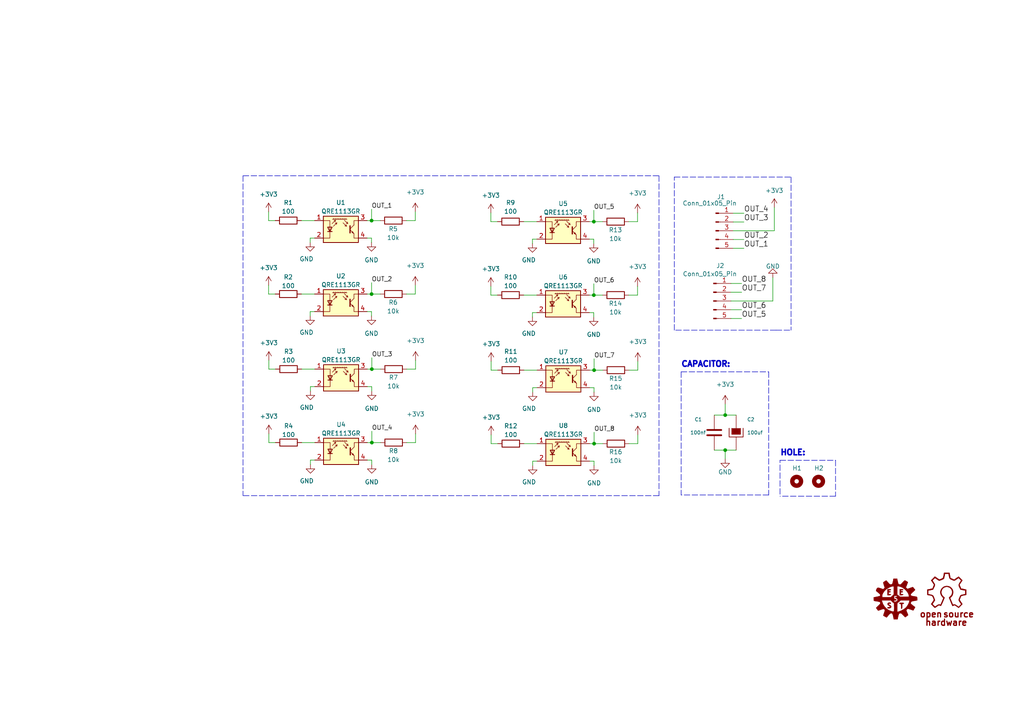
<source format=kicad_sch>
(kicad_sch (version 20230121) (generator eeschema)
  (paper "A4")
  (title_block (title "Line Sensors - QRE1113 x8") (date "2023-07-27") (rev "1.0") (company "E.E.S.T. Nº5 ") (comment 1 "Autor: Mauricio Falcon") (comment 2 "Curso: 7º3º"))
  (lib_symbols
    (symbol "Connector:Conn_01x05_Pin" (pin_names (offset 1.016) hide)
      (property "Reference" "J" (at 0 7.62 0))
      (property "Value" "Conn_01x05_Pin" (at 0 -7.62 0))
      (symbol "Conn_01x05_Pin_1_1"
        (polyline (pts (xy 1.27 -5.08) (xy 0.8636 -5.08)) (stroke (width 0.1524)))
        (polyline (pts (xy 1.27 -2.54) (xy 0.8636 -2.54)) (stroke (width 0.1524)))
        (polyline (pts (xy 1.27 0) (xy 0.8636 0)) (stroke (width 0.1524)))
        (polyline (pts (xy 1.27 2.54) (xy 0.8636 2.54)) (stroke (width 0.1524)))
        (polyline (pts (xy 1.27 5.08) (xy 0.8636 5.08)) (stroke (width 0.1524)))
        (rectangle (start 0.8636 -4.953) (end 0 -5.207) (stroke (width 0.1524)) (fill (type outline)))
        (rectangle (start 0.8636 -2.413) (end 0 -2.667) (stroke (width 0.1524)) (fill (type outline)))
        (rectangle (start 0.8636 0.127) (end 0 -0.127) (stroke (width 0.1524)) (fill (type outline)))
        (rectangle (start 0.8636 2.667) (end 0 2.413) (stroke (width 0.1524)) (fill (type outline)))
        (rectangle (start 0.8636 5.207) (end 0 4.953) (stroke (width 0.1524)) (fill (type outline)))
        (pin passive line (at 5.08 5.08 180) (length 3.81) (name "Pin_1") (number "1"))
        (pin passive line (at 5.08 2.54 180) (length 3.81) (name "Pin_2") (number "2"))
        (pin passive line (at 5.08 0 180) (length 3.81) (name "Pin_3") (number "3"))
        (pin passive line (at 5.08 -2.54 180) (length 3.81) (name "Pin_4") (number "4"))
        (pin passive line (at 5.08 -5.08 180) (length 3.81) (name "Pin_5") (number "5"))
      )
    )
    (symbol "Device:R" (pin_numbers hide) (pin_names (offset 0))
      (property "Reference" "R" (at 2.032 0 90))
      (property "Value" "R" (at 0 0 90))
      (symbol "R_0_1"
        (rectangle (start -1.016 -2.54) (end 1.016 2.54) (stroke (width 0.254)))
      )
      (symbol "R_1_1"
        (pin passive line (at 0 3.81 270) (length 1.27) (name "~") (number "1"))
        (pin passive line (at 0 -3.81 90) (length 1.27) (name "~") (number "2"))
      )
    )
    (symbol "EESTN5-v2:LOGO_ROTULO" (pin_names (offset 1.016))
      (symbol "LOGO_ROTULO_0_0"
        (polyline (pts (xy 1.8034 -2.921) (xy 1.8796 -2.8194) (xy 1.905 -2.6162) (xy 1.9304 -2.2352) (xy 1.9304 -1.7272) (xy 1.9558 -1.5748) (xy 2.032 -1.524) (xy 2.1844 -1.524) (xy 2.3368 -1.4732) (xy 2.4384 -1.3716) (xy 2.413 -1.3208) (xy 2.3368 -1.2446) (xy 2.1336 -1.2192) (xy 1.2954 -1.2192) (xy 1.143 -1.27) (xy 1.1176 -1.3716) (xy 1.143 -1.4478) (xy 1.3716 -1.524) (xy 1.4224 -1.524) (xy 1.524 -1.5494) (xy 1.5748 -1.6256) (xy 1.6002 -1.8542) (xy 1.6256 -2.2352) (xy 1.6256 -2.7432) (xy 1.6764 -2.8956) (xy 1.778 -2.9464) (xy 1.8034 -2.921)) (stroke (width 0.0254)) (fill (type outline)))
        (polyline (pts (xy -1.5748 1.0414) (xy -1.397 1.0922) (xy -1.3208 1.1684) (xy -1.3462 1.1938) (xy -1.4224 1.2954) (xy -1.6764 1.3208) (xy -1.905 1.3462) (xy -2.0066 1.4224) (xy -2.032 1.5748) (xy -2.032 1.7018) (xy -1.9558 1.8034) (xy -1.7272 1.8288) (xy -1.524 1.8796) (xy -1.4224 1.9812) (xy -1.4986 2.1082) (xy -1.7272 2.1336) (xy -1.9558 2.1844) (xy -2.032 2.286) (xy -2.032 2.3114) (xy -1.9558 2.413) (xy -1.6764 2.4384) (xy -1.651 2.4638) (xy -1.4224 2.4892) (xy -1.3208 2.5908) (xy -1.3716 2.6924) (xy -1.524 2.7432) (xy -2.3368 2.7432) (xy -2.3368 1.016) (xy -1.8288 1.016) (xy -1.5748 1.0414)) (stroke (width 0.0254)) (fill (type outline)))
        (polyline (pts (xy 1.9812 1.0414) (xy 2.159 1.0922) (xy 2.2352 1.1684) (xy 2.2098 1.1938) (xy 2.1336 1.2954) (xy 1.8796 1.3208) (xy 1.651 1.3462) (xy 1.5494 1.4224) (xy 1.524 1.5748) (xy 1.524 1.7018) (xy 1.6002 1.8034) (xy 1.8288 1.8288) (xy 2.032 1.8796) (xy 2.1336 1.9812) (xy 2.0574 2.1082) (xy 1.8288 2.1336) (xy 1.6002 2.1844) (xy 1.524 2.286) (xy 1.524 2.3114) (xy 1.6002 2.413) (xy 1.8796 2.4384) (xy 1.905 2.4638) (xy 2.1336 2.4892) (xy 2.2352 2.5908) (xy 2.1844 2.6924) (xy 2.032 2.7432) (xy 1.2192 2.7432) (xy 1.2192 1.016) (xy 1.7272 1.016) (xy 1.9812 1.0414)) (stroke (width 0.0254)) (fill (type outline)))
        (polyline (pts (xy -1.6256 -2.7686) (xy -1.4224 -2.667) (xy -1.27 -2.4892) (xy -1.2446 -2.2606) (xy -1.397 -2.0066) (xy -1.778 -1.778) (xy -1.905 -1.6764) (xy -2.032 -1.524) (xy -2.032 -1.4478) (xy -1.9304 -1.4224) (xy -1.4732 -1.4732) (xy -1.3716 -1.4478) (xy -1.3462 -1.3208) (xy -1.4732 -1.1684) (xy -1.7272 -1.1176) (xy -1.9812 -1.143) (xy -2.1844 -1.27) (xy -2.2606 -1.3208) (xy -2.3368 -1.5748) (xy -2.2352 -1.8288) (xy -1.9304 -2.032) (xy -1.6764 -2.2098) (xy -1.6002 -2.3368) (xy -1.6764 -2.4384) (xy -1.9558 -2.4638) (xy -1.9812 -2.4638) (xy -2.2606 -2.4892) (xy -2.3622 -2.6162) (xy -2.286 -2.7686) (xy -2.159 -2.8194) (xy -1.905 -2.8194) (xy -1.6256 -2.7686)) (stroke (width 0.0254)) (fill (type outline)))
        (polyline (pts (xy 0.762 -5.1816) (xy 0.8128 -4.953) (xy 0.9144 -4.6228) (xy 0.9906 -4.445) (xy 1.0922 -4.318) (xy 1.2446 -4.2418) (xy 1.3716 -4.2164) (xy 1.524 -4.2164) (xy 1.6764 -4.2926) (xy 1.8796 -4.4704) (xy 2.794 -5.3848) (xy 3.2258 -5.1054) (xy 3.3782 -5.0038) (xy 3.556 -4.8514) (xy 3.6576 -4.7498) (xy 3.6068 -4.6482) (xy 3.5306 -4.4196) (xy 3.4036 -4.0894) (xy 3.302 -3.8862) (xy 3.175 -3.5814) (xy 3.1496 -3.3782) (xy 3.2004 -3.2258) (xy 3.429 -2.9972) (xy 3.556 -2.9464) (xy 3.7084 -2.9718) (xy 3.9624 -3.0226) (xy 4.3688 -3.1496) (xy 5.1562 -3.429) (xy 5.4102 -2.9718) (xy 5.5118 -2.8194) (xy 5.6388 -2.5908) (xy 5.6896 -2.4892) (xy 5.6642 -2.4892) (xy 5.5626 -2.3622) (xy 5.3086 -2.1844) (xy 5.0038 -1.9558) (xy 4.6736 -1.6764) (xy 4.445 -1.4732) (xy 4.3942 -1.3208) (xy 4.4196 -1.27) (xy 4.4704 -1.0922) (xy 4.572 -0.9144) (xy 4.7752 -0.762) (xy 5.0292 -0.7112) (xy 5.1308 -0.6858) (xy 5.4356 -0.6604) (xy 5.7658 -0.5842) (xy 6.2992 -0.4826) (xy 6.2992 0.0254) (xy 6.2738 0.0508) (xy 6.2738 0.3048) (xy 6.223 0.4572) (xy 6.096 0.5588) (xy 5.842 0.6096) (xy 5.4356 0.6604) (xy 5.1054 0.7112) (xy 4.7752 0.7874) (xy 4.572 0.8382) (xy 4.4704 0.9398) (xy 4.4196 1.0922) (xy 4.4196 1.2446) (xy 4.5212 1.397) (xy 4.699 1.6256) (xy 5.0292 1.905) (xy 5.1562 2.0066) (xy 5.6134 2.4638) (xy 5.6642 2.54) (xy 5.6642 2.5908) (xy 5.5372 2.7686) (xy 5.334 2.9972) (xy 5.0292 3.3782) (xy 3.4544 2.8194) (xy 3.2258 3.0226) (xy 2.9972 3.2512) (xy 3.302 3.9878) (xy 3.3274 4.0894) (xy 3.4544 4.4196) (xy 3.556 4.6736) (xy 3.5814 4.7752) (xy 3.5052 4.8514) (xy 3.302 4.9784) (xy 3.048 5.1308) (xy 2.8448 5.2324) (xy 2.7178 5.2832) (xy 2.6924 5.2832) (xy 2.5908 5.2324) (xy 2.4384 5.1054) (xy 2.2098 4.8768) (xy 1.8796 4.4958) (xy 1.524 4.1402) (xy 1.3716 4.0894) (xy 1.143 4.1148) (xy 0.889 4.2164) (xy 0.7874 4.3434) (xy 0.7366 4.5974) (xy 0.635 5.0038) (xy 0.4572 5.7912) (xy -0.5842 5.7912) (xy -0.7112 5.1054) (xy -0.8128 4.699) (xy -0.889 4.4196) (xy -0.9652 4.2418) (xy -1.0922 4.1656) (xy -1.2954 4.1148) (xy -1.524 4.1148) (xy -1.6764 4.191) (xy -1.8796 4.3688) (xy -2.1336 4.6736) (xy -2.6924 5.2832) (xy -3.0988 5.0546) (xy -3.2258 4.953) (xy -3.4544 4.8006) (xy -3.556 4.6736) (xy -3.5306 4.5212) (xy -3.4544 4.2164) (xy -3.3528 3.8608) (xy -3.1242 3.175) (xy -3.3528 2.9464) (xy -3.556 2.7178) (xy -4.0386 2.8956) (xy -4.572 3.0734) (xy -4.9022 3.1496) (xy -5.0546 3.1496) (xy -5.2324 3.1242) (xy -5.3594 3.0226) (xy -5.5118 2.7432) (xy -5.5626 2.6162) (xy -5.6388 2.3876) (xy -5.6388 2.2606) (xy -5.5118 2.1336) (xy -5.2832 1.9558) (xy -4.9784 1.7018) (xy -4.7752 1.524) (xy -4.5466 1.3208) (xy -4.4704 1.143) (xy -4.445 0.9906) (xy -4.4704 0.889) (xy -4.5212 0.8128) (xy -4.6228 0.7366) (xy -4.826 0.6858) (xy -5.1562 0.6096) (xy -5.6388 0.508) (xy -6.1722 0.4064) (xy -3.8608 0.4064) (xy -3.8608 0.7874) (xy -3.8354 1.1176) (xy -3.6068 1.6256) (xy -3.2512 2.159) (xy -2.7686 2.6416) (xy -2.6416 2.7432) (xy -2.159 3.048) (xy -1.651 3.3274) (xy -1.1684 3.5052) (xy -0.762 3.556) (xy -0.508 3.556) (xy -0.508 1.1938) (xy -0.5588 1.143) (xy 0.508 1.143) (xy 0.508 3.429) (xy 0.5588 3.5814) (xy 0.6096 3.6322) (xy 0.6858 3.6322) (xy 0.9144 3.5814) (xy 1.1938 3.5052) (xy 1.3462 3.4798) (xy 1.9304 3.2512) (xy 2.4892 2.8702) (xy 2.9972 2.413) (xy 3.429 1.905) (xy 3.7338 1.3716) (xy 3.8608 0.8636) (xy 3.9116 0.5588) (xy 2.5654 0.5334) (xy 2.0066 0.5334) (xy 1.5748 0.5588) (xy 1.2954 0.5842) (xy 1.2192 0.6096) (xy 1.0668 0.762) (xy 0.8636 0.9144) (xy 0.508 1.143) (xy -0.5588 1.143) (xy -0.9398 0.8128) (xy -1.3716 0.4064) (xy -3.8608 0.4064) (xy -6.1722 0.4064) (xy -6.3246 0.381) (xy -6.2992 -0.127) (xy -6.2738 -0.508) (xy -3.9878 -0.508) (xy -1.3208 -0.508) (xy -1.1938 -0.6604) (xy -0.508 -0.6604) (xy -0.4318 -0.5588) (xy -0.127 -0.5334) (xy 0.0762 -0.5334) (xy 0.2032 -0.4826) (xy 0.254 -0.3556) (xy 0.2286 -0.2794) (xy 0.1524 -0.1524) (xy -0.0762 -0.1016) (xy -0.2032 -0.1016) (xy -0.3556 -0.0508) (xy -0.4064 0.1016) (xy -0.4064 0.8128) (xy 0.2286 0.8128) (xy 0.4318 0.762) (xy 0.508 0.6604) (xy 0.4318 0.5588) (xy 0.2032 0.508) (xy 0 0.4826) (xy -0.1016 0.4064) (xy -0.0254 0.2794) (xy 0.2286 0.1524) (xy 0.3556 0.127) (xy 0.508 -0.0254) (xy 0.5842 -0.254) (xy 0.5842 -0.2794) (xy 0.5588 -0.5588) (xy 0.381 -0.7366) (xy 0.3302 -0.762) (xy 0.0508 -0.8636) (xy -0.2286 -0.889) (xy -0.4318 -0.8128) (xy -0.508 -0.6604) (xy -1.1938 -0.6604) (xy -1.016 -0.8636) (xy -0.9144 -0.9652) (xy -0.7112 -1.143) (xy -0.5588 -1.2192) (xy -0.508 -1.2192) (xy -0.4572 -1.3462) (xy -0.4318 -1.5494) (xy -0.4318 -1.9304) (xy -0.4318 -2.032) (xy 0.508 -2.032) (xy 0.5334 -1.5748) (xy 0.5588 -1.2954) (xy 0.5842 -1.2192) (xy 0.6604 -1.1938) (xy 0.8382 -1.0414) (xy 1.0922 -0.8636) (xy 1.4732 -0.508) (xy 4.064 -0.508) (xy 3.9878 -0.8382) (xy 3.9878 -0.889) (xy 3.81 -1.3462) (xy 3.556 -1.8542) (xy 3.2258 -2.3368) (xy 2.921 -2.667) (xy 2.6924 -2.8448) (xy 2.3114 -3.1242) (xy 1.9304 -3.3274) (xy 1.6256 -3.4798) (xy 1.2192 -3.6322) (xy 0.9144 -3.7338) (xy 0.508 -3.8354) (xy 0.508 -2.032) (xy -0.4318 -2.032) (xy -0.4064 -2.4892) (xy -0.4064 -2.8448) (xy -0.4318 -3.302) (xy -0.4572 -3.5814) (xy -0.5588 -3.7084) (xy -0.7366 -3.7592) (xy -0.9906 -3.683) (xy -1.3716 -3.5814) (xy -1.9304 -3.3528) (xy -2.6162 -2.8956) (xy -3.175 -2.286) (xy -3.6322 -1.5748) (xy -3.9116 -0.7874) (xy -3.9878 -0.508) (xy -6.2738 -0.508) (xy -6.2484 -0.635) (xy -5.3848 -0.7874) (xy -5.0546 -0.8382) (xy -4.7498 -0.9144) (xy -4.572 -0.9652) (xy -4.4704 -1.0668) (xy -4.4196 -1.1938) (xy -4.4196 -1.3716) (xy -4.4958 -1.524) (xy -4.6736 -1.7272) (xy -4.9784 -2.032) (xy -5.08 -2.1082) (xy -5.5372 -2.5654) (xy -5.6134 -2.6924) (xy -5.588 -2.7178) (xy -5.4864 -2.8956) (xy -5.3086 -3.1242) (xy -5.0292 -3.4798) (xy -4.2164 -3.2004) (xy -3.8608 -3.0734) (xy -3.6068 -2.9972) (xy -3.429 -2.9972) (xy -3.3274 -3.0226) (xy -3.2258 -3.1242) (xy -3.1496 -3.2258) (xy -3.0988 -3.3274) (xy -3.0988 -3.4798) (xy -3.175 -3.7084) (xy -3.302 -4.1148) (xy -3.3528 -4.2418) (xy -3.4544 -4.572) (xy -3.5306 -4.826) (xy -3.5306 -4.9276) (xy -3.5052 -4.953) (xy -3.302 -5.0546) (xy -3.048 -5.207) (xy -2.5654 -5.461) (xy -2.0574 -4.826) (xy -1.7526 -4.4958) (xy -1.524 -4.318) (xy -1.3462 -4.2418) (xy -1.1684 -4.2418) (xy -1.016 -4.2926) (xy -0.9144 -4.3942) (xy -0.8128 -4.5974) (xy -0.7112 -4.9276) (xy -0.6096 -5.4102) (xy -0.508 -5.9944) (xy 0.5842 -5.9944) (xy 0.762 -5.1816)) (stroke (width 0.0254)) (fill (type outline)))
      )
    )
    (symbol "EESTN5-v2:OSHWA" (pin_names (offset 1.016))
      (symbol "OSHWA_0_0"
        (polyline (pts (xy 5.7912 2.667) (xy 5.5372 2.7178) (xy 5.4864 2.7432) (xy 5.4864 1.8796) (xy 5.4864 1.8288) (xy 5.4864 1.6002) (xy 5.4864 1.4732) (xy 5.4102 1.3716) (xy 5.2832 1.3208) (xy 5.0038 1.27) (xy 4.6228 1.1938) (xy 4.572 1.1684) (xy 4.318 1.1176) (xy 4.1656 1.0414) (xy 4.0386 0.889) (xy 3.937 0.6604) (xy 3.8354 0.4064) (xy 3.683 0.0762) (xy 3.6068 -0.1778) (xy 3.5814 -0.3556) (xy 3.6322 -0.5334) (xy 3.7592 -0.7366) (xy 3.9116 -0.9906) (xy 4.318 -1.5494) (xy 3.937 -1.9304) (xy 3.5814 -2.3114) (xy 3.048 -1.9558) (xy 2.794 -1.778) (xy 2.5654 -1.651) (xy 2.3876 -1.6256) (xy 2.2098 -1.6256) (xy 1.905 -1.6764) (xy 1.4986 -0.7112) (xy 1.1176 0.2286) (xy 1.397 0.508) (xy 1.5748 0.6604) (xy 1.8034 1.016) (xy 1.9304 1.397) (xy 1.9812 1.8542) (xy 1.9812 1.9304) (xy 1.9558 2.2606) (xy 1.905 2.54) (xy 1.7526 2.8194) (xy 1.4732 3.175) (xy 1.0668 3.5052) (xy 0.5842 3.683) (xy 0.1016 3.7338) (xy -0.4064 3.6576) (xy -0.889 3.429) (xy -1.2954 3.048) (xy -1.3462 2.9972) (xy -1.6256 2.5146) (xy -1.7526 2.0066) (xy -1.7018 1.4986) (xy -1.4986 0.9906) (xy -1.143 0.508) (xy -0.8636 0.2032) (xy -1.2446 -0.7366) (xy -1.651 -1.6764) (xy -1.9558 -1.6256) (xy -2.1082 -1.6256) (xy -2.286 -1.651) (xy -2.4892 -1.7526) (xy -2.7686 -1.9304) (xy -3.2766 -2.2606) (xy -3.6576 -1.905) (xy -4.0132 -1.524) (xy -3.6322 -0.9652) (xy -3.2766 -0.4064) (xy -3.429 0.0254) (xy -3.4544 0.1016) (xy -3.6068 0.508) (xy -3.7338 0.7874) (xy -3.8862 0.9906) (xy -4.0894 1.0922) (xy -4.3688 1.1938) (xy -4.7752 1.27) (xy -5.2578 1.3716) (xy -5.2324 1.905) (xy -5.207 2.413) (xy -4.5212 2.54) (xy -3.8608 2.667) (xy -3.5814 3.2512) (xy -3.556 3.302) (xy -3.4036 3.6068) (xy -3.3274 3.8862) (xy -3.2766 4.0386) (xy -3.3274 4.2164) (xy -3.4544 4.445) (xy -3.6322 4.7244) (xy -3.6576 4.7498) (xy -3.81 5.0292) (xy -3.937 5.207) (xy -3.9878 5.3086) (xy -3.9878 5.334) (xy -3.8862 5.461) (xy -3.7338 5.6388) (xy -3.5306 5.8166) (xy -3.3782 5.969) (xy -3.2766 6.0198) (xy -3.1496 5.9436) (xy -2.9464 5.8166) (xy -2.6924 5.6388) (xy -2.6162 5.588) (xy -2.3622 5.4102) (xy -2.159 5.3086) (xy -2.032 5.2578) (xy -1.8796 5.3086) (xy -1.6256 5.3848) (xy -1.3208 5.5118) (xy -1.2446 5.5372) (xy -0.9144 5.6896) (xy -0.7112 5.842) (xy -0.635 5.969) (xy -0.6096 6.096) (xy -0.5588 6.3754) (xy -0.4826 6.6802) (xy -0.381 7.239) (xy 0.127 7.239) (xy 0.635 7.239) (xy 0.7366 6.731) (xy 0.7874 6.477) (xy 0.8636 6.1722) (xy 0.9398 5.9436) (xy 1.0414 5.8166) (xy 1.1684 5.715) (xy 1.3462 5.6134) (xy 1.4478 5.5626) (xy 1.778 5.4356) (xy 2.032 5.334) (xy 2.1844 5.2832) (xy 2.3114 5.2832) (xy 2.4638 5.334) (xy 2.667 5.4356) (xy 2.9464 5.6388) (xy 3.556 6.0452) (xy 3.937 5.6896) (xy 4.2926 5.3086) (xy 3.9116 4.7498) (xy 3.8354 4.6228) (xy 3.683 4.318) (xy 3.5814 4.0894) (xy 3.6068 3.8354) (xy 3.683 3.5306) (xy 3.8862 3.1496) (xy 4.1148 2.667) (xy 4.7752 2.54) (xy 5.461 2.413) (xy 5.4864 1.8796) (xy 5.4864 2.7432) (xy 5.4102 2.7432) (xy 5.1054 2.8194) (xy 4.8006 2.8956) (xy 4.2926 2.9718) (xy 4.064 3.5306) (xy 3.81 4.0894) (xy 4.2418 4.7244) (xy 4.6736 5.3594) (xy 4.1148 5.9182) (xy 3.5814 6.4516) (xy 2.921 6.0198) (xy 2.286 5.5626) (xy 1.7526 5.7912) (xy 1.1938 6.0452) (xy 1.0922 6.5532) (xy 1.0668 6.8072) (xy 0.9906 7.0866) (xy 0.9652 7.3152) (xy 0.9144 7.5438) (xy 0.127 7.5438) (xy -0.6604 7.5438) (xy -0.762 6.9342) (xy -0.8128 6.6802) (xy -0.889 6.35) (xy -0.9652 6.1214) (xy -1.0922 5.9944) (xy -1.27 5.8928) (xy -1.524 5.7658) (xy -2.032 5.588) (xy -2.667 6.0198) (xy -3.3274 6.477) (xy -3.8608 5.9182) (xy -4.4196 5.3594) (xy -3.9878 4.7244) (xy -3.556 4.0894) (xy -3.7846 3.556) (xy -3.7846 3.5306) (xy -3.8862 3.2766) (xy -3.9878 3.0734) (xy -4.0132 2.9972) (xy -4.0386 2.9718) (xy -4.191 2.9464) (xy -4.445 2.8956) (xy -4.7752 2.8194) (xy -5.5118 2.6924) (xy -5.5118 1.905) (xy -5.5118 1.143) (xy -4.9022 1.016) (xy -4.8768 1.016) (xy -4.5466 0.9652) (xy -4.2926 0.889) (xy -4.1402 0.8382) (xy -4.1148 0.8128) (xy -4.0132 0.6604) (xy -3.8862 0.4318) (xy -3.7592 0.1524) (xy -3.683 -0.1016) (xy -3.6576 -0.3048) (xy -3.7084 -0.4572) (xy -3.8608 -0.6858) (xy -4.0386 -0.9652) (xy -4.4196 -1.524) (xy -3.8862 -2.0828) (xy -3.7846 -2.2098) (xy -3.556 -2.413) (xy -3.3782 -2.5654) (xy -3.3274 -2.6162) (xy -3.302 -2.6162) (xy -3.2004 -2.54) (xy -2.9972 -2.413) (xy -2.7178 -2.2352) (xy -2.5654 -2.1082) (xy -2.3368 -1.9558) (xy -2.1844 -1.905) (xy -2.0574 -1.905) (xy -1.905 -1.9304) (xy -1.7018 -2.0066) (xy -1.5748 -2.0574) (xy -1.5494 -2.032) (xy -1.4732 -1.8796) (xy -1.3462 -1.6256) (xy -1.1684 -1.27) (xy -0.9906 -0.8636) (xy -0.4826 0.3556) (xy -0.8382 0.6604) (xy -1.016 0.8128) (xy -1.27 1.2192) (xy -1.4224 1.651) (xy -1.4224 2.1082) (xy -1.2954 2.5146) (xy -1.0922 2.8956) (xy -0.762 3.2004) (xy -0.3556 3.4036) (xy 0.1524 3.4798) (xy 0.4826 3.429) (xy 0.9144 3.2766) (xy 1.27 2.9718) (xy 1.5494 2.5908) (xy 1.6764 2.159) (xy 1.6764 1.8288) (xy 1.6256 1.4478) (xy 1.4732 1.0922) (xy 1.1684 0.762) (xy 0.762 0.3556) (xy 1.2446 -0.8128) (xy 1.3208 -1.016) (xy 1.4732 -1.397) (xy 1.6256 -1.7272) (xy 1.7272 -1.9558) (xy 1.778 -2.0574) (xy 1.8796 -2.0828) (xy 2.032 -2.0066) (xy 2.1844 -1.905) (xy 2.3114 -1.8796) (xy 2.4892 -1.905) (xy 2.7178 -2.032) (xy 3.0226 -2.2352) (xy 3.5814 -2.6416) (xy 4.1402 -2.0828) (xy 4.6736 -1.524) (xy 4.2926 -0.9652) (xy 4.2164 -0.8636) (xy 4.064 -0.6096) (xy 3.937 -0.381) (xy 3.8862 -0.2794) (xy 3.8862 -0.254) (xy 3.937 -0.0762) (xy 4.0386 0.1778) (xy 4.1402 0.4572) (xy 4.2418 0.6858) (xy 4.318 0.7874) (xy 4.3434 0.8128) (xy 4.4958 0.8636) (xy 4.7498 0.9398) (xy 5.08 1.016) (xy 5.7912 1.143) (xy 5.7912 1.905) (xy 5.7912 2.667) (xy 5.7912 2.667)) (stroke (width 0.0254)) (fill (type outline)))
        (text "hardware" (at -0.0254 -6.858 0) (effects (font (size 1.778 1.778) bold)))
        (text "open" (at -4.445 -4.445 0) (effects (font (size 1.778 1.778) bold)))
        (text "source" (at 3.556 -4.445 0) (effects (font (size 1.778 1.778) bold)))
      )
    )
    (symbol "Mechanical:MountingHole" (pin_names (offset 1.016))
      (property "Reference" "H" (at 0 5.08 0))
      (property "Value" "MountingHole" (at 0 3.175 0))
      (symbol "MountingHole_0_1"
        (circle (center 0 0) (radius 1.27) (stroke (width 1.27)))
      )
    )
    (symbol "Sensor_Linea_Bonaerenses-rescue:C" (pin_numbers hide) (pin_names (offset 0.254))
      (property "Reference" "C" (at 0 2.54 0))
      (property "Value" "C" (at 0.1524 -2.159 0))
      (symbol "C_0_1"
        (polyline (pts (xy -2.032 -0.762) (xy 2.032 -0.762)) (stroke (width 0.508)))
        (polyline (pts (xy -2.032 0.762) (xy 2.032 0.762)) (stroke (width 0.508)))
      )
      (symbol "C_1_1"
        (pin passive line (at 0 5.08 270) (length 4.318) (name "~") (number "1"))
        (pin passive line (at 0 -5.08 90) (length 4.318) (name "~") (number "2"))
      )
    )
    (symbol "Sensor_Linea_Bonaerenses-rescue:CAPAPOL" (pin_numbers hide) (pin_names (offset 0.254) hide)
      (property "Reference" "C" (at 1.27 2.54 0))
      (property "Value" "CAPAPOL" (at 1.27 -2.54 0))
      (symbol "CAPAPOL_0_1"
        (polyline (pts (xy -2.032 1.27) (xy -2.032 -1.27) (xy 2.032 -1.27) (xy 2.032 1.27)) (stroke (width 0.2032)))
        (polyline (pts (xy -1.27 1.27) (xy -1.27 -0.508) (xy 1.27 -0.508) (xy 1.27 1.27)) (fill (type outline)))
      )
      (symbol "CAPAPOL_1_1"
        (pin passive line (at 0 5.08 270) (length 3.81) (name "~") (number "1"))
        (pin passive line (at 0 -5.08 90) (length 3.81) (name "~") (number "2"))
      )
    )
    (symbol "Sensor_Proximity:QRE1113GR" (pin_names (offset 0.0254) hide)
      (property "Reference" "U" (at -3.81 5.08 0))
      (property "Value" "QRE1113GR" (at 11.43 5.08 0))
      (symbol "QRE1113GR_0_1"
        (polyline (pts (xy -3.81 -0.635) (xy -2.54 -0.635)) (stroke (width 0.254)))
        (polyline (pts (xy -2.286 2.921) (xy -2.032 3.175)))
        (polyline (pts (xy -1.778 2.921) (xy -1.524 3.175)))
        (polyline (pts (xy -1.524 2.667) (xy -1.651 2.159)))
        (polyline (pts (xy -1.27 2.921) (xy -1.016 3.175)))
        (polyline (pts (xy -1.143 1.905) (xy -1.27 1.397)))
        (polyline (pts (xy -0.762 2.921) (xy -0.508 3.175)))
        (polyline (pts (xy -0.254 2.921) (xy 0 3.175)))
        (polyline (pts (xy 0.254 2.921) (xy 0.508 3.175)))
        (polyline (pts (xy 0.762 2.921) (xy 1.016 3.175)))
        (polyline (pts (xy 1.27 2.921) (xy 1.524 3.175)))
        (polyline (pts (xy 1.651 0.889) (xy 1.143 1.016)))
        (polyline (pts (xy 1.778 2.921) (xy -2.413 2.921)))
        (polyline (pts (xy 2.032 1.651) (xy 1.524 1.778)))
        (polyline (pts (xy 2.667 -0.127) (xy 3.81 -1.27)))
        (polyline (pts (xy 2.667 0.127) (xy 3.81 1.27)))
        (polyline (pts (xy -2.54 1.651) (xy -1.524 2.667) (xy -2.032 2.54)))
        (polyline (pts (xy -2.159 0.889) (xy -1.143 1.905) (xy -1.651 1.778)))
        (polyline (pts (xy 0.635 1.905) (xy 1.651 0.889) (xy 1.524 1.397)))
        (polyline (pts (xy 1.016 2.667) (xy 2.032 1.651) (xy 1.905 2.159)))
        (polyline (pts (xy 2.667 1.016) (xy 2.667 -1.016) (xy 2.667 -1.016)) (stroke (width 0.3556)))
        (polyline (pts (xy 3.81 -1.27) (xy 3.81 -2.54) (xy 5.08 -2.54)))
        (polyline (pts (xy 3.81 1.27) (xy 3.81 2.54) (xy 5.08 2.54)))
        (polyline (pts (xy -5.08 -2.54) (xy -3.175 -2.54) (xy -3.175 2.54) (xy -5.08 2.54)))
        (polyline (pts (xy -3.175 -0.635) (xy -3.81 0.635) (xy -2.54 0.635) (xy -3.175 -0.635)) (stroke (width 0.254)))
        (polyline (pts (xy 3.683 -1.143) (xy 3.429 -0.635) (xy 3.175 -0.889) (xy 3.683 -1.143)))
        (polyline (pts (xy -5.08 -3.81) (xy 5.08 -3.81) (xy 5.08 3.81) (xy -5.08 3.81) (xy -5.08 -3.81)) (stroke (width 0.254)) (fill (type background)))
      )
      (symbol "QRE1113GR_1_1"
        (pin passive line (at -7.62 2.54 0) (length 2.54) (name "A") (number "1"))
        (pin passive line (at -7.62 -2.54 0) (length 2.54) (name "K") (number "2"))
        (pin open_collector line (at 7.62 2.54 180) (length 2.54) (name "~") (number "3"))
        (pin open_emitter line (at 7.62 -2.54 180) (length 2.54) (name "~") (number "4"))
      )
    )
    (symbol "power:+3V3" (power) (pin_names (offset 0))
      (property "Value" "+3V3" (at 0 3.556 0))
      (symbol "+3V3_0_1"
        (polyline (pts (xy -0.762 1.27) (xy 0 2.54)))
        (polyline (pts (xy 0 0) (xy 0 2.54)))
        (polyline (pts (xy 0 2.54) (xy 0.762 1.27)))
      )
      (symbol "+3V3_1_1"
        (pin power_in line (at 0 0 90) (length 0) hide (name "+3V3") (number "1"))
      )
    )
    (symbol "power:GND" (power) (pin_names (offset 0))
      (property "Value" "GND" (at 0 -3.81 0))
      (symbol "GND_0_1"
        (polyline (pts (xy 0 0) (xy 0 -1.27) (xy 1.27 -1.27) (xy 0 -2.54) (xy -1.27 -1.27) (xy 0 -1.27)))
      )
      (symbol "GND_1_1"
        (pin power_in line (at 0 0 270) (length 0) hide (name "GND") (number "1"))
      )
    )
  )
  (junction (at 172.2374 85.598))
  (junction (at 172.2374 64.2874))
  (junction (at 107.8484 128.3716))
  (junction (at 172.3136 128.6764))
  (junction (at 107.7722 63.9826))
  (junction (at 172.3136 107.3658))
  (junction (at 107.7722 85.2932))
  (junction (at 210.3374 130.556))
  (junction (at 210.3374 120.396))
  (junction (at 107.8484 107.061))
  (wire (pts (xy 171.0182 128.6764) (xy 172.3136 128.6764)))
  (wire (pts (xy 142.4432 107.3658) (xy 142.4432 104.8258)))
  (wire (pts (xy 215.773 69.469) (xy 212.6742 69.469)))
  (wire (pts (xy 107.8484 128.3716) (xy 110.363 128.3716)))
  (wire (pts (xy 107.7722 85.2932) (xy 110.2868 85.2932)))
  (wire (pts (xy 120.523 125.8316) (xy 120.523 128.3716)))
  (wire (pts (xy 87.4268 85.2932) (xy 91.2368 85.2932)))
  (wire (pts (xy 89.9668 90.3732) (xy 89.9668 91.6432)))
  (wire (pts (xy 120.4468 61.4426) (xy 120.4468 63.9826)))
  (wire (pts (xy 151.892 85.598) (xy 155.702 85.598)))
  (polyline (pts (xy 242.3414 143.9164) (xy 226.2378 143.9164)) (stroke (width 0) (type dash)))
  (wire (pts (xy 155.7782 112.4458) (xy 154.5082 112.4458)))
  (wire (pts (xy 79.8068 85.2932) (xy 77.9018 85.2932)))
  (wire (pts (xy 77.978 107.061) (xy 77.978 104.521)))
  (wire (pts (xy 120.4468 85.2932) (xy 117.9068 85.2932)))
  (wire (pts (xy 155.7782 133.7564) (xy 154.5082 133.7564)))
  (polyline (pts (xy 242.3414 133.5024) (xy 242.3414 143.9164)) (stroke (width 0) (type dash)))
  (polyline (pts (xy 197.5612 107.8484) (xy 222.9612 107.8484)) (stroke (width 0) (type dash)))
  (wire (pts (xy 207.1624 130.556) (xy 210.3374 130.556)))
  (wire (pts (xy 210.3374 120.396) (xy 213.5124 120.396)))
  (wire (pts (xy 151.9682 128.6764) (xy 155.7782 128.6764)))
  (polyline (pts (xy 222.9612 143.5608) (xy 197.5612 143.5608)) (stroke (width 0) (type dash)))
  (wire (pts (xy 107.8484 125.0696) (xy 107.8484 128.3716)))
  (wire (pts (xy 210.3374 130.556) (xy 213.5124 130.556)))
  (wire (pts (xy 142.4432 128.6764) (xy 142.4432 126.1364)))
  (wire (pts (xy 184.9882 107.3658) (xy 182.4482 107.3658)))
  (wire (pts (xy 144.3482 128.6764) (xy 142.4432 128.6764)))
  (wire (pts (xy 172.2882 112.4458) (xy 172.2882 113.7158)))
  (wire (pts (xy 120.4468 82.7532) (xy 120.4468 85.2932)))
  (wire (pts (xy 170.942 85.598) (xy 172.2374 85.598)))
  (wire (pts (xy 144.272 64.2874) (xy 142.367 64.2874)))
  (wire (pts (xy 155.702 90.678) (xy 154.432 90.678)))
  (wire (pts (xy 212.0138 89.8398) (xy 215.1126 89.8398)))
  (wire (pts (xy 107.823 133.4516) (xy 107.823 134.7216)))
  (wire (pts (xy 170.942 69.3674) (xy 172.212 69.3674)))
  (wire (pts (xy 120.523 107.061) (xy 117.983 107.061)))
  (wire (pts (xy 79.8068 63.9826) (xy 77.9018 63.9826)))
  (wire (pts (xy 155.702 69.3674) (xy 154.432 69.3674)))
  (polyline (pts (xy 225.0948 95.758) (xy 229.4382 95.758)) (stroke (width 0) (type dash)))
  (wire (pts (xy 151.892 64.2874) (xy 155.702 64.2874)))
  (polyline (pts (xy 229.4382 51.3588) (xy 229.4382 95.758)) (stroke (width 0) (type dash)))
  (wire (pts (xy 184.9882 128.6764) (xy 182.4482 128.6764)))
  (wire (pts (xy 91.313 133.4516) (xy 90.043 133.4516)))
  (wire (pts (xy 106.4768 85.2932) (xy 107.7722 85.2932)))
  (wire (pts (xy 171.0182 112.4458) (xy 172.2882 112.4458)))
  (polyline (pts (xy 226.2378 133.5024) (xy 242.3414 133.5024)) (stroke (width 0) (type dash)))
  (wire (pts (xy 154.432 90.678) (xy 154.432 91.948)))
  (wire (pts (xy 184.9882 126.1364) (xy 184.9882 128.6764)))
  (wire (pts (xy 172.3136 107.3658) (xy 174.8282 107.3658)))
  (wire (pts (xy 87.4268 63.9826) (xy 91.2368 63.9826)))
  (wire (pts (xy 184.912 61.7474) (xy 184.912 64.2874)))
  (polyline (pts (xy 195.58 51.3588) (xy 229.4382 51.3588)) (stroke (width 0) (type dash)))
  (polyline (pts (xy 195.58 95.758) (xy 195.58 51.3588)) (stroke (width 0) (type dash)))
  (wire (pts (xy 107.8484 103.759) (xy 107.8484 107.061)))
  (wire (pts (xy 215.773 64.389) (xy 212.6742 64.389)))
  (polyline (pts (xy 226.2378 143.3576) (xy 226.2378 133.5024)) (stroke (width 0) (type dash)))
  (wire (pts (xy 172.2374 85.598) (xy 174.752 85.598)))
  (wire (pts (xy 106.553 107.061) (xy 107.8484 107.061)))
  (wire (pts (xy 77.978 128.3716) (xy 77.978 125.8316)))
  (wire (pts (xy 106.4768 90.3732) (xy 107.7468 90.3732)))
  (wire (pts (xy 212.0138 82.2198) (xy 215.1126 82.2198)))
  (wire (pts (xy 107.7468 90.3732) (xy 107.7468 91.6432)))
  (wire (pts (xy 172.3136 125.3744) (xy 172.3136 128.6764)))
  (wire (pts (xy 172.212 69.3674) (xy 172.212 70.6374)))
  (wire (pts (xy 172.2374 82.296) (xy 172.2374 85.598)))
  (wire (pts (xy 154.432 69.3674) (xy 154.432 70.6374)))
  (wire (pts (xy 210.3374 120.396) (xy 210.3374 117.221)))
  (wire (pts (xy 215.773 72.009) (xy 212.6742 72.009)))
  (wire (pts (xy 120.523 128.3716) (xy 117.983 128.3716)))
  (wire (pts (xy 172.2882 133.7564) (xy 172.2882 135.0264)))
  (wire (pts (xy 87.503 107.061) (xy 91.313 107.061)))
  (wire (pts (xy 154.5082 112.4458) (xy 154.5082 113.7158)))
  (wire (pts (xy 91.313 112.141) (xy 90.043 112.141)))
  (wire (pts (xy 212.0138 84.7598) (xy 215.1126 84.7598)))
  (wire (pts (xy 170.942 64.2874) (xy 172.2374 64.2874)))
  (wire (pts (xy 170.942 90.678) (xy 172.212 90.678)))
  (wire (pts (xy 107.7722 63.9826) (xy 110.2868 63.9826)))
  (wire (pts (xy 207.1624 120.396) (xy 210.3374 120.396)))
  (wire (pts (xy 172.212 90.678) (xy 172.212 91.948)))
  (wire (pts (xy 120.523 104.521) (xy 120.523 107.061)))
  (wire (pts (xy 172.2374 64.2874) (xy 174.752 64.2874)))
  (polyline (pts (xy 70.5104 50.9778) (xy 191.135 50.9778)) (stroke (width 0) (type dash)))
  (wire (pts (xy 144.272 85.598) (xy 142.367 85.598)))
  (wire (pts (xy 172.3136 104.0638) (xy 172.3136 107.3658)))
  (wire (pts (xy 89.9668 69.0626) (xy 89.9668 70.3326)))
  (wire (pts (xy 184.912 83.058) (xy 184.912 85.598)))
  (wire (pts (xy 107.7722 81.9912) (xy 107.7722 85.2932)))
  (wire (pts (xy 144.3482 107.3658) (xy 142.4432 107.3658)))
  (wire (pts (xy 172.3136 128.6764) (xy 174.8282 128.6764)))
  (wire (pts (xy 184.9882 104.8258) (xy 184.9882 107.3658)))
  (wire (pts (xy 77.9018 63.9826) (xy 77.9018 61.4426)))
  (wire (pts (xy 215.773 61.849) (xy 212.6742 61.849)))
  (wire (pts (xy 210.3374 130.556) (xy 210.3374 133.096)))
  (wire (pts (xy 212.0138 92.3798) (xy 215.1126 92.3798)))
  (wire (pts (xy 106.553 133.4516) (xy 107.823 133.4516)))
  (wire (pts (xy 224.155 87.2998) (xy 224.155 80.518)))
  (wire (pts (xy 224.155 87.2998) (xy 212.0138 87.2998)))
  (wire (pts (xy 106.553 128.3716) (xy 107.8484 128.3716)))
  (wire (pts (xy 79.883 107.061) (xy 77.978 107.061)))
  (wire (pts (xy 91.2368 69.0626) (xy 89.9668 69.0626)))
  (polyline (pts (xy 222.9612 107.8484) (xy 222.9612 143.5608)) (stroke (width 0) (type dash)))
  (wire (pts (xy 184.912 85.598) (xy 182.372 85.598)))
  (wire (pts (xy 120.4468 63.9826) (xy 117.9068 63.9826)))
  (polyline (pts (xy 191.135 50.9778) (xy 191.135 143.764)) (stroke (width 0) (type dash)))
  (wire (pts (xy 106.4768 69.0626) (xy 107.7468 69.0626)))
  (wire (pts (xy 106.553 112.141) (xy 107.823 112.141)))
  (wire (pts (xy 106.4768 63.9826) (xy 107.7722 63.9826)))
  (wire (pts (xy 171.0182 107.3658) (xy 172.3136 107.3658)))
  (wire (pts (xy 91.2368 90.3732) (xy 89.9668 90.3732)))
  (polyline (pts (xy 191.135 143.764) (xy 70.485 143.764)) (stroke (width 0) (type dash)))
  (wire (pts (xy 77.9018 85.2932) (xy 77.9018 82.7532)))
  (wire (pts (xy 107.7468 69.0626) (xy 107.7468 70.3326)))
  (polyline (pts (xy 70.485 50.9778) (xy 70.485 143.764)) (stroke (width 0) (type dash)))
  (wire (pts (xy 224.5868 66.929) (xy 224.5868 60.1726)))
  (wire (pts (xy 107.7722 60.6806) (xy 107.7722 63.9826)))
  (polyline (pts (xy 197.5612 107.8484) (xy 197.5612 143.5608)) (stroke (width 0) (type dash)))
  (wire (pts (xy 151.9682 107.3658) (xy 155.7782 107.3658)))
  (wire (pts (xy 172.2374 60.9854) (xy 172.2374 64.2874)))
  (polyline (pts (xy 225.0694 95.758) (xy 195.58 95.758)) (stroke (width 0) (type dash)))
  (wire (pts (xy 79.883 128.3716) (xy 77.978 128.3716)))
  (wire (pts (xy 154.5082 133.7564) (xy 154.5082 135.0264)))
  (wire (pts (xy 87.503 128.3716) (xy 91.313 128.3716)))
  (wire (pts (xy 90.043 112.141) (xy 90.043 113.411)))
  (wire (pts (xy 224.5868 66.929) (xy 212.6742 66.929)))
  (wire (pts (xy 107.823 112.141) (xy 107.823 113.411)))
  (wire (pts (xy 171.0182 133.7564) (xy 172.2882 133.7564)))
  (wire (pts (xy 142.367 64.2874) (xy 142.367 61.7474)))
  (wire (pts (xy 90.043 133.4516) (xy 90.043 134.7216)))
  (wire (pts (xy 184.912 64.2874) (xy 182.372 64.2874)))
  (wire (pts (xy 107.8484 107.061) (xy 110.363 107.061)))
  (wire (pts (xy 142.367 85.598) (xy 142.367 83.058)))
  (text "CAPACITOR:" (at 197.4596 106.7308 0) (effects (font (size 1.651 1.651) (thickness 0.6096) bold) (justify left bottom)))
  (text "HOLE:" (at 226.187 132.3848 0) (effects (font (size 1.651 1.651) (thickness 0.6096) bold) (justify left bottom)))
  (label "OUT_8" (at 215.1126 82.2198 0) (effects (font (size 1.524 1.524))))
  (label "OUT_5" (at 172.2374 60.9854 0))
  (label "OUT_4" (at 215.773 61.849 0) (effects (font (size 1.524 1.524))))
  (label "OUT_3" (at 107.8484 103.759 0))
  (label "OUT_4" (at 107.8484 125.0696 0))
  (label "OUT_5" (at 215.1126 92.3798 0) (effects (font (size 1.524 1.524))))
  (label "OUT_2" (at 107.7722 81.9912 0))
  (label "OUT_3" (at 215.773 64.389 0) (effects (font (size 1.524 1.524))))
  (label "OUT_8" (at 172.3136 125.3744 0))
  (label "OUT_6" (at 215.1126 89.8398 0) (effects (font (size 1.524 1.524))))
  (label "OUT_6" (at 172.2374 82.296 0))
  (label "OUT_2" (at 215.773 69.469 0) (effects (font (size 1.524 1.524))))
  (label "OUT_1" (at 215.773 72.009 0) (effects (font (size 1.524 1.524))))
  (label "OUT_7" (at 172.3136 104.0638 0))
  (label "OUT_7" (at 215.1126 84.7598 0) (effects (font (size 1.524 1.524))))
  (label "OUT_1" (at 107.7722 60.6806 0))
  (symbol (lib_id "power:+3V3") (at 184.912 83.058 0) (unit 1)
    (property "Reference" "#PWR030" (effects hide))
    (property "Value" "+3V3" (at 184.912 77.343 0))
  )
  (symbol (lib_id "power:+3V3") (at 120.4468 61.4426 0) (unit 1)
    (property "Reference" "#PWR013" (effects hide))
    (property "Value" "+3V3" (at 120.4468 55.7276 0))
  )
  (symbol (lib_id "power:GND") (at 224.155 80.518 0) (mirror x) (unit 1)
    (property "Reference" "#PWR038" (effects hide))
    (property "Value" "GND" (at 224.155 77.2414 0))
  )
  (symbol (lib_id "power:GND") (at 154.432 91.948 0) (unit 1)
    (property "Reference" "#PWR022" (effects hide))
    (property "Value" "GND" (at 153.3652 96.7232 0))
  )
  (symbol (lib_id "Device:R") (at 114.0968 63.9826 90) (unit 1)
    (property "Reference" "R5" (at 114.046 66.3956 90))
    (property "Value" "10k" (at 114.046 68.9356 90))
    (property "Footprint" "EESTN5-v2:R_0805" (effects hide))
  )
  (symbol (lib_id "Device:R") (at 83.693 107.061 90) (unit 1)
    (property "Reference" "R3" (at 83.693 101.9556 90))
    (property "Value" "100" (at 83.693 104.4956 90))
    (property "Footprint" "EESTN5-v2:R_0805" (effects hide))
  )
  (symbol (lib_id "Connector:Conn_01x05_Pin") (at 206.9338 87.2998 0) (unit 1)
    (property "Reference" "J2" (at 210.1088 77.0636 0) (effects (justify right)))
    (property "Value" "Conn_01x05_Pin" (at 213.7664 79.4512 0) (effects (justify right)))
    (property "Footprint" "Connector_PinHeader_2.54mm:PinHeader_1x05_P2.54mm_Vertical" (effects hide))
  )
  (symbol (lib_id "Mechanical:MountingHole") (at 237.4138 139.5984 0) (unit 1)
    (property "Reference" "H2" (at 236.1438 135.7884 0) (effects (justify left)))
    (property "Value" "HOLE" (effects hide))
    (property "Footprint" "EESTN5-v2:Separador_M3_5mm" (effects hide))
  )
  (symbol (lib_id "Sensor_Linea_Bonaerenses-rescue:C") (at 207.1624 125.476 0) (unit 1)
    (property "Reference" "C1" (at 201.4474 121.666 0) (effects (font (size 1.016 1.016)) (justify left)))
    (property "Value" "100nf" (at 200.1774 125.476 0) (effects (font (size 1.016 1.016)) (justify left)))
    (property "Footprint" "Capacitor_SMD:C_0805_2012Metric_Pad1.18x1.45mm_HandSolder" (effects hide))
  )
  (symbol (lib_id "Device:R") (at 178.562 85.598 90) (unit 1)
    (property "Reference" "R14" (at 178.5112 88.011 90))
    (property "Value" "10k" (at 178.5112 90.551 90))
    (property "Footprint" "EESTN5-v2:R_0805" (effects hide))
  )
  (symbol (lib_id "Device:R") (at 83.6168 85.2932 90) (unit 1)
    (property "Reference" "R2" (at 83.6168 80.3656 90))
    (property "Value" "100" (at 83.6168 82.9056 90))
    (property "Footprint" "EESTN5-v2:R_0805" (effects hide))
  )
  (symbol (lib_id "power:GND") (at 107.823 134.7216 0) (unit 1)
    (property "Reference" "#PWR012" (effects hide))
    (property "Value" "GND" (at 107.823 139.8016 0))
  )
  (symbol (lib_id "Connector:Conn_01x05_Pin") (at 207.5942 66.929 0) (unit 1)
    (property "Reference" "J1" (at 209.1182 57.0992 0))
    (property "Value" "Conn_01x05_Pin" (at 205.8416 58.9534 0))
    (property "Footprint" "Connector_PinHeader_2.54mm:PinHeader_1x05_P2.54mm_Vertical" (effects hide))
  )
  (symbol (lib_id "power:GND") (at 90.043 113.411 0) (unit 1)
    (property "Reference" "#PWR07" (effects hide))
    (property "Value" "GND" (at 88.9762 118.1862 0))
  )
  (symbol (lib_id "power:+3V3") (at 210.3374 117.221 0) (unit 1)
    (property "Reference" "#PWR033" (effects hide))
    (property "Value" "+3V3" (at 210.3374 111.506 0))
  )
  (symbol (lib_id "power:GND") (at 210.3374 133.096 0) (unit 1)
    (property "Reference" "#PWR034" (effects hide))
    (property "Value" "GND" (at 210.3374 136.906 0))
  )
  (symbol (lib_id "Device:R") (at 178.6382 107.3658 90) (unit 1)
    (property "Reference" "R15" (at 178.5874 109.7788 90))
    (property "Value" "10k" (at 178.5874 112.3188 90))
    (property "Footprint" "EESTN5-v2:R_0805" (effects hide))
  )
  (symbol (lib_id "Device:R") (at 148.1582 107.3658 90) (unit 1)
    (property "Reference" "R11" (at 148.1582 101.9556 90))
    (property "Value" "100" (at 148.1582 104.4956 90))
    (property "Footprint" "EESTN5-v2:R_0805" (effects hide))
  )
  (symbol (lib_id "Mechanical:MountingHole") (at 231.0638 139.5984 0) (unit 1)
    (property "Reference" "H1" (at 229.7938 135.7884 0) (effects (justify left)))
    (property "Value" "HOLE" (effects hide))
    (property "Footprint" "EESTN5-v2:Separador_M3_5mm" (effects hide))
  )
  (symbol (lib_id "power:GND") (at 172.212 70.6374 0) (unit 1)
    (property "Reference" "#PWR025" (effects hide))
    (property "Value" "GND" (at 172.212 75.7174 0))
  )
  (symbol (lib_id "power:GND") (at 172.2882 113.7158 0) (unit 1)
    (property "Reference" "#PWR027" (effects hide))
    (property "Value" "GND" (at 172.2882 118.7958 0))
  )
  (symbol (lib_id "Device:R") (at 83.6168 63.9826 90) (unit 1)
    (property "Reference" "R1" (at 83.6168 58.7756 90))
    (property "Value" "100" (at 83.6168 61.3156 90))
    (property "Footprint" "EESTN5-v2:R_0805" (effects hide))
  )
  (symbol (lib_id "Device:R") (at 114.173 107.061 90) (unit 1)
    (property "Reference" "R7" (at 114.1222 109.474 90))
    (property "Value" "10k" (at 114.1222 112.014 90))
    (property "Footprint" "EESTN5-v2:R_0805" (effects hide))
  )
  (symbol (lib_id "Device:R") (at 148.082 64.2874 90) (unit 1)
    (property "Reference" "R9" (at 148.082 58.7756 90))
    (property "Value" "100" (at 148.082 61.3156 90))
    (property "Footprint" "EESTN5-v2:R_0805" (effects hide))
  )
  (symbol (lib_id "EESTN5-v2:OSHWA") (at 274.4724 173.6852 0) (unit 1)
    (property "Reference" "#G2" (effects hide))
    (property "Value" "OSHWA" (effects hide))
  )
  (symbol (lib_id "power:GND") (at 89.9668 91.6432 0) (unit 1)
    (property "Reference" "#PWR06" (effects hide))
    (property "Value" "GND" (at 88.9 96.4184 0))
  )
  (symbol (lib_id "Sensor_Linea_Bonaerenses-rescue:CAPAPOL") (at 213.5124 125.476 0) (unit 1)
    (property "Reference" "C2" (at 216.6874 121.666 0) (effects (font (size 1.016 1.016)) (justify left)))
    (property "Value" "100uf" (at 216.6874 125.476 0) (effects (font (size 1.016 1.016)) (justify left)))
    (property "Footprint" "Capacitor_THT:C_Radial_D5.0mm_H11.0mm_P2.00mm" (effects hide))
  )
  (symbol (lib_id "power:GND") (at 172.212 91.948 0) (unit 1)
    (property "Reference" "#PWR026" (effects hide))
    (property "Value" "GND" (at 172.212 97.028 0))
  )
  (symbol (lib_id "power:+3V3") (at 142.4432 104.8258 0) (unit 1)
    (property "Reference" "#PWR019" (effects hide))
    (property "Value" "+3V3" (at 142.4432 99.7458 0))
  )
  (symbol (lib_id "Sensor_Proximity:QRE1113GR") (at 98.8568 66.5226 0) (unit 1)
    (property "Reference" "U1" (at 98.8568 58.7502 0))
    (property "Value" "QRE1113GR" (at 98.8568 61.2902 0))
    (property "Footprint" "OptoDevice:OnSemi_CASE100CY" (effects hide))
    (property "Datasheet" "http://www.onsemi.com/pub/Collateral/QRE1113-D.PDF" (effects hide))
  )
  (symbol (lib_id "Sensor_Proximity:QRE1113GR") (at 163.322 66.8274 0) (unit 1)
    (property "Reference" "U5" (at 163.322 59.055 0))
    (property "Value" "QRE1113GR" (at 163.322 61.595 0))
    (property "Footprint" "OptoDevice:OnSemi_CASE100CY" (effects hide))
    (property "Datasheet" "http://www.onsemi.com/pub/Collateral/QRE1113-D.PDF" (effects hide))
  )
  (symbol (lib_id "power:+3V3") (at 142.367 61.7474 0) (unit 1)
    (property "Reference" "#PWR017" (effects hide))
    (property "Value" "+3V3" (at 142.367 56.6674 0))
  )
  (symbol (lib_id "power:+3V3") (at 224.5868 60.1726 0) (unit 1)
    (property "Reference" "#PWR037" (effects hide))
    (property "Value" "+3V3" (at 224.5868 55.2704 0))
  )
  (symbol (lib_id "power:+3V3") (at 142.4432 126.1364 0) (unit 1)
    (property "Reference" "#PWR020" (effects hide))
    (property "Value" "+3V3" (at 142.4432 121.0564 0))
  )
  (symbol (lib_id "Sensor_Proximity:QRE1113GR") (at 98.933 109.601 0) (unit 1)
    (property "Reference" "U3" (at 98.933 101.8286 0))
    (property "Value" "QRE1113GR" (at 98.933 104.3686 0))
    (property "Footprint" "OptoDevice:OnSemi_CASE100CY" (effects hide))
    (property "Datasheet" "http://www.onsemi.com/pub/Collateral/QRE1113-D.PDF" (effects hide))
  )
  (symbol (lib_id "Device:R") (at 114.173 128.3716 90) (unit 1)
    (property "Reference" "R8" (at 114.1222 130.7846 90))
    (property "Value" "10k" (at 114.1222 133.3246 90))
    (property "Footprint" "EESTN5-v2:R_0805" (effects hide))
  )
  (symbol (lib_id "Device:R") (at 83.693 128.3716 90) (unit 1)
    (property "Reference" "R4" (at 83.693 123.5456 90))
    (property "Value" "100" (at 83.693 126.0856 90))
    (property "Footprint" "EESTN5-v2:R_0805" (effects hide))
  )
  (symbol (lib_id "Device:R") (at 114.0968 85.2932 90) (unit 1)
    (property "Reference" "R6" (at 114.046 87.7062 90))
    (property "Value" "10k" (at 114.046 90.2462 90))
    (property "Footprint" "EESTN5-v2:R_0805" (effects hide))
  )
  (symbol (lib_id "power:GND") (at 154.432 70.6374 0) (unit 1)
    (property "Reference" "#PWR021" (effects hide))
    (property "Value" "GND" (at 153.3652 75.4126 0))
  )
  (symbol (lib_id "power:GND") (at 107.823 113.411 0) (unit 1)
    (property "Reference" "#PWR011" (effects hide))
    (property "Value" "GND" (at 107.823 118.491 0))
  )
  (symbol (lib_id "power:GND") (at 154.5082 113.7158 0) (unit 1)
    (property "Reference" "#PWR023" (effects hide))
    (property "Value" "GND" (at 153.4414 118.491 0))
  )
  (symbol (lib_id "Sensor_Proximity:QRE1113GR") (at 163.3982 109.9058 0) (unit 1)
    (property "Reference" "U7" (at 163.3982 102.1334 0))
    (property "Value" "QRE1113GR" (at 163.3982 104.6734 0))
    (property "Footprint" "OptoDevice:OnSemi_CASE100CY" (effects hide))
    (property "Datasheet" "http://www.onsemi.com/pub/Collateral/QRE1113-D.PDF" (effects hide))
  )
  (symbol (lib_id "Sensor_Proximity:QRE1113GR") (at 163.322 88.138 0) (unit 1)
    (property "Reference" "U6" (at 163.322 80.3656 0))
    (property "Value" "QRE1113GR" (at 163.322 82.9056 0))
    (property "Footprint" "OptoDevice:OnSemi_CASE100CY" (effects hide))
    (property "Datasheet" "http://www.onsemi.com/pub/Collateral/QRE1113-D.PDF" (effects hide))
  )
  (symbol (lib_id "Device:R") (at 178.562 64.2874 90) (unit 1)
    (property "Reference" "R13" (at 178.5112 66.7004 90))
    (property "Value" "10k" (at 178.5112 69.2404 90))
    (property "Footprint" "EESTN5-v2:R_0805" (effects hide))
  )
  (symbol (lib_id "power:GND") (at 107.7468 70.3326 0) (unit 1)
    (property "Reference" "#PWR09" (effects hide))
    (property "Value" "GND" (at 107.7468 75.4126 0))
  )
  (symbol (lib_id "Device:R") (at 178.6382 128.6764 90) (unit 1)
    (property "Reference" "R16" (at 178.5874 131.0894 90))
    (property "Value" "10k" (at 178.5874 133.6294 90))
    (property "Footprint" "EESTN5-v2:R_0805" (effects hide))
  )
  (symbol (lib_id "power:+3V3") (at 77.978 125.8316 0) (unit 1)
    (property "Reference" "#PWR04" (effects hide))
    (property "Value" "+3V3" (at 77.978 120.7516 0))
  )
  (symbol (lib_id "Sensor_Proximity:QRE1113GR") (at 163.3982 131.2164 0) (unit 1)
    (property "Reference" "U8" (at 163.3982 123.444 0))
    (property "Value" "QRE1113GR" (at 163.3982 125.984 0))
    (property "Footprint" "OptoDevice:OnSemi_CASE100CY" (effects hide))
    (property "Datasheet" "http://www.onsemi.com/pub/Collateral/QRE1113-D.PDF" (effects hide))
  )
  (symbol (lib_id "power:+3V3") (at 142.367 83.058 0) (unit 1)
    (property "Reference" "#PWR018" (effects hide))
    (property "Value" "+3V3" (at 142.367 77.978 0))
  )
  (symbol (lib_id "Sensor_Proximity:QRE1113GR") (at 98.933 130.9116 0) (unit 1)
    (property "Reference" "U4" (at 98.933 123.1392 0))
    (property "Value" "QRE1113GR" (at 98.933 125.6792 0))
    (property "Footprint" "OptoDevice:OnSemi_CASE100CY" (effects hide))
    (property "Datasheet" "http://www.onsemi.com/pub/Collateral/QRE1113-D.PDF" (effects hide))
  )
  (symbol (lib_id "power:+3V3") (at 120.4468 82.7532 0) (unit 1)
    (property "Reference" "#PWR014" (effects hide))
    (property "Value" "+3V3" (at 120.4468 77.0382 0))
  )
  (symbol (lib_id "power:+3V3") (at 120.523 125.8316 0) (unit 1)
    (property "Reference" "#PWR016" (effects hide))
    (property "Value" "+3V3" (at 120.523 120.1166 0))
  )
  (symbol (lib_id "power:GND") (at 90.043 134.7216 0) (unit 1)
    (property "Reference" "#PWR08" (effects hide))
    (property "Value" "GND" (at 88.9762 139.4968 0))
  )
  (symbol (lib_id "power:+3V3") (at 184.9882 126.1364 0) (unit 1)
    (property "Reference" "#PWR032" (effects hide))
    (property "Value" "+3V3" (at 184.9882 120.4214 0))
  )
  (symbol (lib_id "power:GND") (at 89.9668 70.3326 0) (unit 1)
    (property "Reference" "#PWR05" (effects hide))
    (property "Value" "GND" (at 88.9 75.1078 0))
  )
  (symbol (lib_id "Sensor_Proximity:QRE1113GR") (at 98.8568 87.8332 0) (unit 1)
    (property "Reference" "U2" (at 98.8568 80.0608 0))
    (property "Value" "QRE1113GR" (at 98.8568 82.6008 0))
    (property "Footprint" "OptoDevice:OnSemi_CASE100CY" (effects hide))
    (property "Datasheet" "http://www.onsemi.com/pub/Collateral/QRE1113-D.PDF" (effects hide))
  )
  (symbol (lib_id "EESTN5-v2:LOGO_ROTULO") (at 259.7404 173.6344 0) (unit 1)
    (property "Reference" "#G1" (effects hide))
    (property "Value" "LOGO_ROTULO" (effects hide))
  )
  (symbol (lib_id "power:GND") (at 154.5082 135.0264 0) (unit 1)
    (property "Reference" "#PWR024" (effects hide))
    (property "Value" "GND" (at 153.4414 139.8016 0))
  )
  (symbol (lib_id "power:+3V3") (at 120.523 104.521 0) (unit 1)
    (property "Reference" "#PWR015" (effects hide))
    (property "Value" "+3V3" (at 120.523 98.806 0))
  )
  (symbol (lib_id "power:+3V3") (at 77.9018 61.4426 0) (unit 1)
    (property "Reference" "#PWR01" (effects hide))
    (property "Value" "+3V3" (at 77.9018 56.3626 0))
  )
  (symbol (lib_id "power:+3V3") (at 77.978 104.521 0) (unit 1)
    (property "Reference" "#PWR03" (effects hide))
    (property "Value" "+3V3" (at 77.978 99.441 0))
  )
  (symbol (lib_id "power:GND") (at 107.7468 91.6432 0) (unit 1)
    (property "Reference" "#PWR010" (effects hide))
    (property "Value" "GND" (at 107.7468 96.7232 0))
  )
  (symbol (lib_id "Device:R") (at 148.1582 128.6764 90) (unit 1)
    (property "Reference" "R12" (at 148.1582 123.5456 90))
    (property "Value" "100" (at 148.1582 126.0856 90))
    (property "Footprint" "EESTN5-v2:R_0805" (effects hide))
  )
  (symbol (lib_id "power:+3V3") (at 184.912 61.7474 0) (unit 1)
    (property "Reference" "#PWR029" (effects hide))
    (property "Value" "+3V3" (at 184.912 56.0324 0))
  )
  (symbol (lib_id "power:GND") (at 172.2882 135.0264 0) (unit 1)
    (property "Reference" "#PWR028" (effects hide))
    (property "Value" "GND" (at 172.2882 140.1064 0))
  )
  (symbol (lib_id "power:+3V3") (at 184.9882 104.8258 0) (unit 1)
    (property "Reference" "#PWR031" (effects hide))
    (property "Value" "+3V3" (at 184.9882 99.1108 0))
  )
  (symbol (lib_id "power:+3V3") (at 77.9018 82.7532 0) (unit 1)
    (property "Reference" "#PWR02" (effects hide))
    (property "Value" "+3V3" (at 77.9018 77.6732 0))
  )
  (symbol (lib_id "Device:R") (at 148.082 85.598 90) (unit 1)
    (property "Reference" "R10" (at 148.082 80.3656 90))
    (property "Value" "100" (at 148.082 82.9056 90))
    (property "Footprint" "EESTN5-v2:R_0805" (effects hide))
  )
)
</source>
